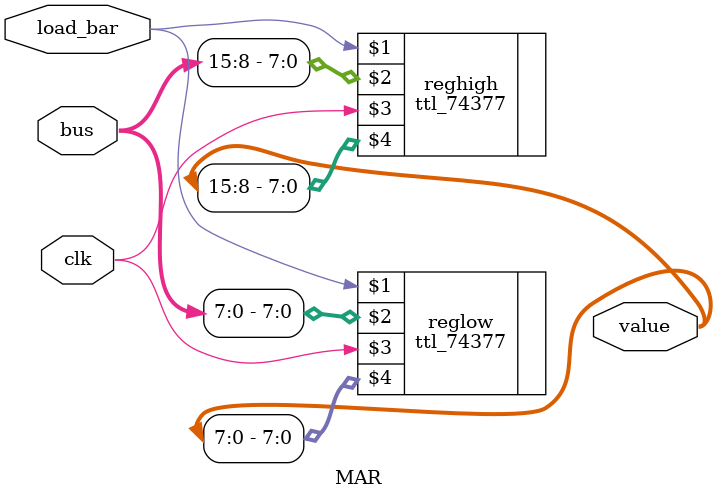
<source format=v>
/* Memory Address Register */

`include "ttl/74377.v"

module MAR(clk, bus, load_bar, value);
    input clk;
    input [15:0] bus;
    input load_bar;
    output [15:0] value;

    ttl_74377 reglow (load_bar, bus[7:0], clk, value[7:0]);
    ttl_74377 reghigh (load_bar, bus[15:8], clk, value[15:8]);
endmodule

</source>
